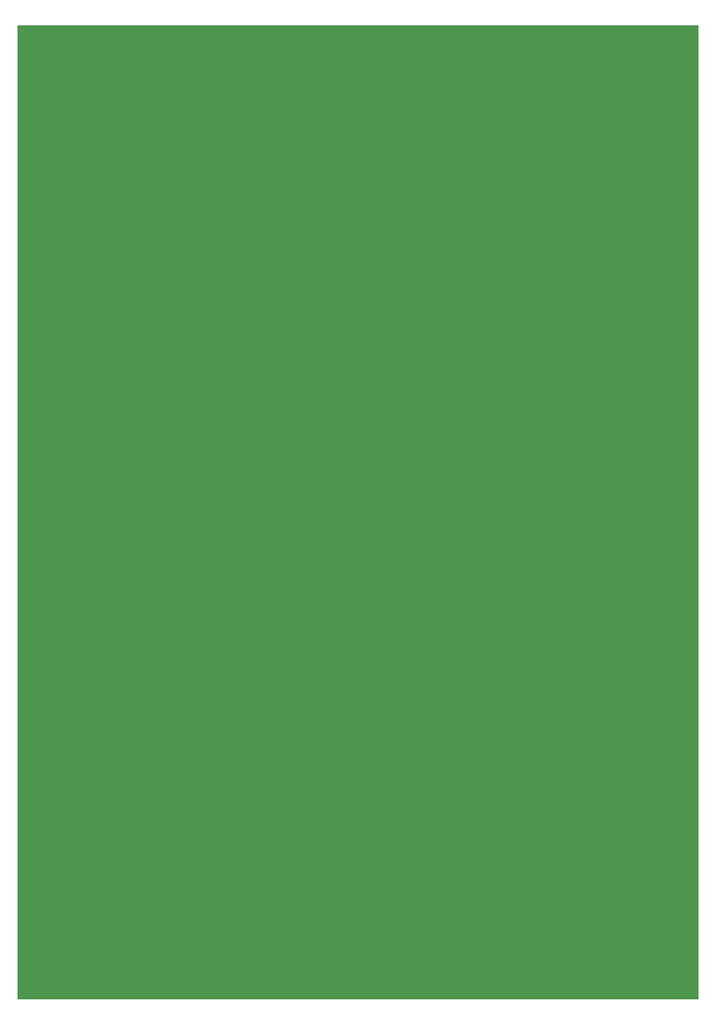
<source format=gbr>
G04 DipTrace 2.1.0.5*
%INBoard.gbr*%
%MOIN*%
%ADD10C,0.0098*%
%ADD11C,0.0055*%
%ADD12C,0.003*%
%ADD13C,0.05*%
%ADD14C,0.025*%
%ADD15C,0.0125*%
%ADD16C,0.02*%
%ADD17C,0.1*%
%ADD18C,0.01*%
%ADD19C,0.0013*%
%ADD20C,0.15*%
%ADD21C,0.0039*%
%ADD22R,0.0591X0.0591*%
%ADD23C,0.0591*%
%ADD24R,0.0512X0.0591*%
%ADD25R,0.0591X0.0512*%
%ADD26R,0.063X0.0709*%
%ADD27C,0.0984*%
%ADD28R,0.0665X0.0665*%
%ADD29C,0.0665*%
%ADD30C,0.1874*%
%ADD31R,0.0394X0.0748*%
%ADD32R,0.0866X0.0551*%
%ADD33R,0.0354X0.0551*%
%ADD34C,0.0591*%
%ADD35C,0.0512*%
%ADD36R,0.0886X0.0197*%
%ADD37R,0.1378X0.0807*%
%ADD38R,0.1535X0.0807*%
%ADD39R,0.1181X0.0433*%
%ADD40R,0.0787X0.1181*%
%ADD41R,0.0394X0.1181*%
%ADD42R,0.165X0.0701*%
%ADD43R,0.1732X0.1358*%
%ADD44C,0.085*%
%ADD45C,0.0079*%
%ADD46R,0.063X0.063*%
%ADD47C,0.063*%
%ADD48C,0.22*%
%ADD49R,0.0374X0.0354*%
%ADD50R,0.0433X0.0394*%
%ADD51C,0.06*%
%ADD52R,0.0512X0.0512*%
%ADD53C,0.0709*%
%ADD54R,0.0748X0.0591*%
%ADD55C,0.063*%
%ADD56C,0.0669*%
%ADD57R,0.0315X0.0512*%
%ADD58R,0.0512X0.0315*%
%ADD59R,0.0512X0.0236*%
%ADD60C,0.0142*%
%ADD61R,0.0315X0.0217*%
%ADD62R,0.0138X0.0571*%
%ADD63R,0.0315X0.0354*%
%ADD64R,0.0669X0.0598*%
%ADD65C,0.0551*%
%ADD66C,0.0827*%
%ADD67C,0.1181*%
%ADD68C,0.126*%
%ADD69C,0.1772*%
%ADD70R,0.0669X0.0394*%
%ADD71C,0.04*%
%ADD72C,0.0191*%
%ADD73C,0.0354*%
%ADD74C,0.0394*%
%ADD75C,0.0429*%
%ADD76C,0.1283*%
%ADD77C,0.0469*%
%ADD78C,0.13*%
%ADD79C,0.038*%
%ADD80C,0.0315*%
%ADD81C,0.0276*%
%ADD82C,0.0906*%
%ADD83C,0.1181*%
%ADD84C,0.0479*%
%ADD85C,0.0321*%
%ADD86R,0.0748X0.0472*%
%ADD87R,0.0591X0.0315*%
%ADD88C,0.185*%
%ADD89C,0.1693*%
%ADD90C,0.1339*%
%ADD91C,0.1102*%
%ADD92C,0.0906*%
%ADD93C,0.0748*%
%ADD94C,0.0472*%
%ADD95R,0.0748X0.0677*%
%ADD96R,0.0591X0.052*%
%ADD97R,0.0394X0.0433*%
%ADD98R,0.0236X0.0276*%
%ADD99R,0.0217X0.065*%
%ADD100R,0.0059X0.0492*%
%ADD101R,0.0394X0.0295*%
%ADD102R,0.0236X0.0138*%
%ADD103R,0.0433X0.0157*%
%ADD104R,0.0591X0.0394*%
%ADD105R,0.0433X0.0236*%
%ADD106R,0.0394X0.0591*%
%ADD107R,0.0236X0.0433*%
%ADD108C,0.0748*%
%ADD109C,0.0551*%
%ADD110R,0.0827X0.0669*%
%ADD111R,0.0669X0.0512*%
%ADD112C,0.0787*%
%ADD113R,0.0433X0.0433*%
%ADD114C,0.0679*%
%ADD115C,0.0521*%
%ADD116R,0.0512X0.0472*%
%ADD117R,0.0354X0.0315*%
%ADD118R,0.0453X0.0433*%
%ADD119R,0.0295X0.0276*%
%ADD120C,0.2279*%
%ADD121C,0.2121*%
%ADD122C,0.0709*%
%ADD123R,0.0709X0.0709*%
%ADD124R,0.0551X0.0551*%
%ADD125C,0.0929*%
%ADD126C,0.0772*%
%ADD127R,0.1811X0.1437*%
%ADD128R,0.1654X0.128*%
%ADD129R,0.1728X0.078*%
%ADD130R,0.1571X0.0622*%
%ADD131R,0.0472X0.126*%
%ADD132R,0.0315X0.1102*%
%ADD133R,0.0866X0.126*%
%ADD134R,0.0709X0.1102*%
%ADD135R,0.126X0.0512*%
%ADD136R,0.1102X0.0354*%
%ADD137R,0.1614X0.0886*%
%ADD138R,0.1457X0.0728*%
%ADD139R,0.1457X0.0886*%
%ADD140R,0.1299X0.0728*%
%ADD141R,0.0965X0.0276*%
%ADD142R,0.0807X0.0118*%
%ADD143C,0.0433*%
%ADD144C,0.0669*%
%ADD145C,0.0512*%
%ADD146R,0.0433X0.063*%
%ADD147R,0.0276X0.0472*%
%ADD148R,0.0945X0.063*%
%ADD149R,0.0787X0.0472*%
%ADD150R,0.0472X0.0827*%
%ADD151R,0.0315X0.0669*%
%ADD152C,0.1953*%
%ADD153C,0.1795*%
%ADD154C,0.0744*%
%ADD155C,0.0587*%
%ADD156R,0.0744X0.0744*%
%ADD157R,0.0587X0.0587*%
%ADD158C,0.1063*%
%ADD159R,0.0709X0.0787*%
%ADD160R,0.0551X0.063*%
%ADD161R,0.0669X0.0591*%
%ADD162R,0.0512X0.0433*%
%ADD163R,0.0591X0.0669*%
%ADD164R,0.0433X0.0512*%
%ADD165R,0.0669X0.0669*%
%ADD166C,0.0093*%
%ADD167C,0.0077*%
%ADD168C,0.0154*%
%ADD169C,0.0124*%
%FSLAX44Y44*%
%SFA1B1*%
%OFA0B0*%
G04*
G70*
G90*
G75*
G01*
%LNBoardPoly*%
%LPD*%
G36*
D2*
D11*
X35000D1*
Y50000D1*
X0D1*
Y0D1*
G37*
M02*

</source>
